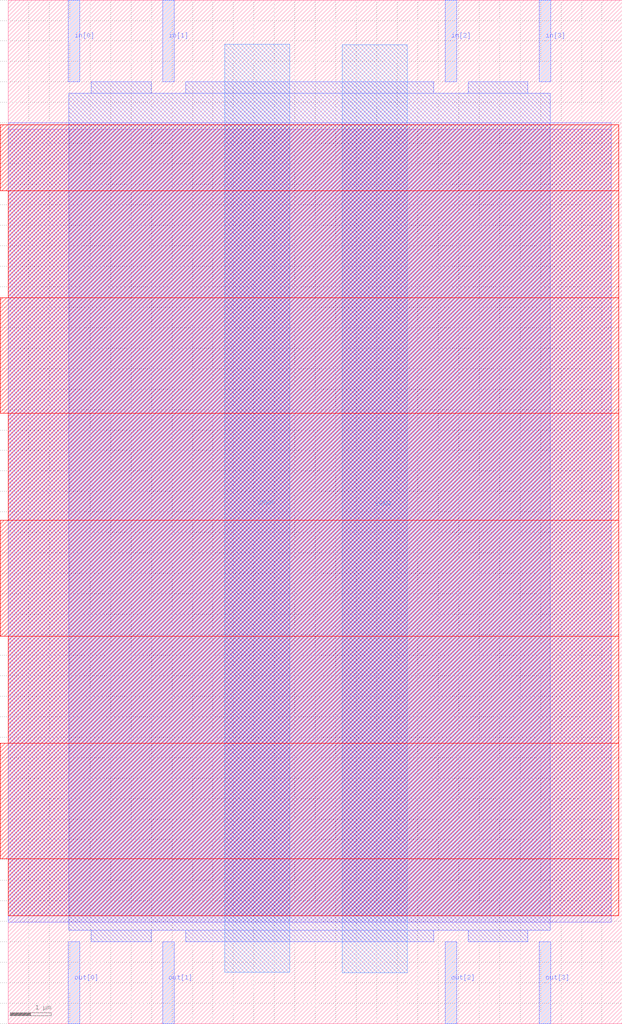
<source format=lef>
VERSION 5.7 ;
  NOWIREEXTENSIONATPIN ON ;
  DIVIDERCHAR "/" ;
  BUSBITCHARS "[]" ;
MACRO custom_matrix_2
  CLASS BLOCK ;
  FOREIGN custom_matrix_2 ;
  ORIGIN 0.000 0.000 ;
  SIZE 15.000 BY 25.000 ;
  PIN in[0]
    ANTENNAGATEAREA 0.196500 ;
    PORT
      LAYER met2 ;
        RECT 1.470 23.000 1.750 25.000 ;
    END
  END in[0]
  PIN in[1]
    ANTENNAGATEAREA 0.196500 ;
    PORT
      LAYER met2 ;
        RECT 3.770 23.000 4.050 25.000 ;
    END
  END in[1]
  PIN in[2]
    ANTENNAGATEAREA 0.196500 ;
    PORT
      LAYER met2 ;
        RECT 10.670 23.000 10.950 25.000 ;
    END
  END in[2]
  PIN in[3]
    ANTENNAGATEAREA 0.196500 ;
    PORT
      LAYER met2 ;
        RECT 12.970 23.000 13.250 25.000 ;
    END
  END in[3]
  PIN out[0]
    ANTENNADIFFAREA 0.445500 ;
    PORT
      LAYER met2 ;
        RECT 1.470 0.000 1.750 2.000 ;
    END
  END out[0]
  PIN out[1]
    PORT
      LAYER met2 ;
        RECT 3.770 0.000 4.050 2.000 ;
    END
  END out[1]
  PIN out[2]
    ANTENNADIFFAREA 0.445500 ;
    PORT
      LAYER met2 ;
        RECT 10.670 0.000 10.950 2.000 ;
    END
  END out[2]
  PIN out[3]
    ANTENNADIFFAREA 0.445500 ;
    PORT
      LAYER met2 ;
        RECT 12.970 0.000 13.250 2.000 ;
    END
  END out[3]
  PIN VPWR
    USE POWER ;
    PORT
      LAYER met3 ;
        RECT 5.290 1.260 6.880 23.920 ;
    END
  END VPWR
  PIN VGND
    USE GROUND ;
    PORT
      LAYER met3 ;
        RECT 8.160 1.250 9.750 23.910 ;
    END
  END VGND
  OBS
      LAYER nwell ;
        RECT -0.190 20.345 14.910 21.950 ;
        RECT 0.000 17.735 14.910 20.345 ;
        RECT -0.190 14.905 14.910 17.735 ;
        RECT 0.000 12.295 14.910 14.905 ;
        RECT -0.190 9.465 14.910 12.295 ;
        RECT 0.000 6.855 14.910 9.465 ;
        RECT -0.190 4.025 14.910 6.855 ;
        RECT 0.000 2.635 14.910 4.025 ;
      LAYER li1 ;
        RECT 0.000 2.635 14.720 21.845 ;
      LAYER met1 ;
        RECT 0.000 2.480 14.720 22.000 ;
      LAYER met2 ;
        RECT 2.030 22.720 3.490 23.000 ;
        RECT 4.330 22.720 10.390 23.000 ;
        RECT 11.230 22.720 12.690 23.000 ;
        RECT 1.480 2.280 13.240 22.720 ;
        RECT 2.030 2.000 3.490 2.280 ;
        RECT 4.330 2.000 10.390 2.280 ;
        RECT 11.230 2.000 12.690 2.280 ;
  END
END custom_matrix_2
END LIBRARY


</source>
